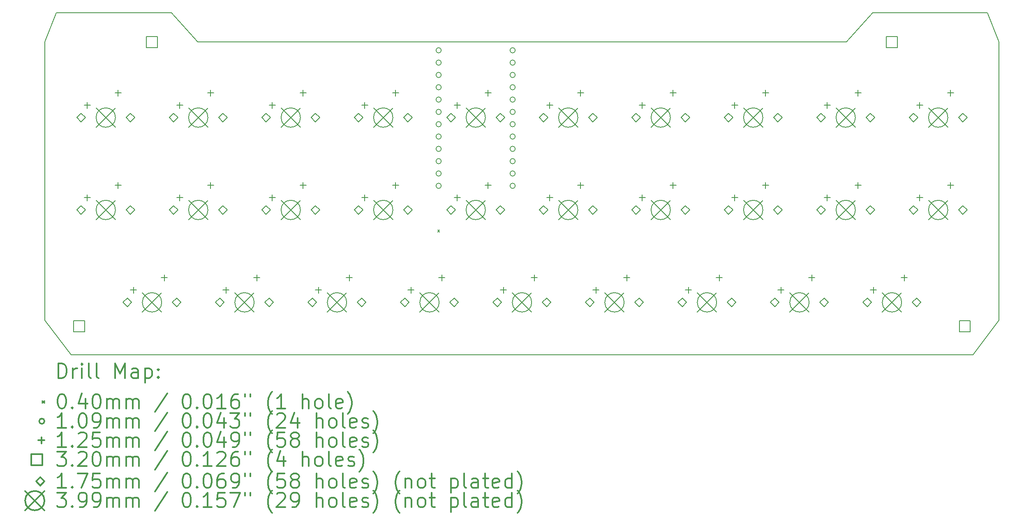
<source format=gbr>
%FSLAX45Y45*%
G04 Gerber Fmt 4.5, Leading zero omitted, Abs format (unit mm)*
G04 Created by KiCad (PCBNEW (5.1.9)-1) date 2021-09-28 02:01:27*
%MOMM*%
%LPD*%
G01*
G04 APERTURE LIST*
%TA.AperFunction,Profile*%
%ADD10C,0.200000*%
%TD*%
%ADD11C,0.200000*%
%ADD12C,0.300000*%
G04 APERTURE END LIST*
D10*
X4748125Y-1300000D02*
X18111875Y-1300000D01*
X18650000Y-700000D02*
X18111875Y-1300000D01*
X18650000Y-700000D02*
X21016875Y-700000D01*
X21255000Y-1300000D02*
X21016875Y-700000D01*
X4210000Y-700000D02*
X4748125Y-1300000D01*
X1605000Y-1300000D02*
X1843125Y-700000D01*
X20716875Y-7752100D02*
X21255000Y-7038975D01*
X1605000Y-7038975D02*
X2143125Y-7752100D01*
X1843125Y-700000D02*
X4210000Y-700000D01*
X21255000Y-1300000D02*
X21255000Y-7038975D01*
X20716875Y-7752100D02*
X2143125Y-7752100D01*
X1605000Y-7038975D02*
X1605000Y-1300000D01*
D11*
X9692960Y-5176840D02*
X9732960Y-5216840D01*
X9732960Y-5176840D02*
X9692960Y-5216840D01*
X9767570Y-1470660D02*
G75*
G03*
X9767570Y-1470660I-54610J0D01*
G01*
X9767570Y-1724660D02*
G75*
G03*
X9767570Y-1724660I-54610J0D01*
G01*
X9767570Y-1978660D02*
G75*
G03*
X9767570Y-1978660I-54610J0D01*
G01*
X9767570Y-2232660D02*
G75*
G03*
X9767570Y-2232660I-54610J0D01*
G01*
X9767570Y-2486660D02*
G75*
G03*
X9767570Y-2486660I-54610J0D01*
G01*
X9767570Y-2740660D02*
G75*
G03*
X9767570Y-2740660I-54610J0D01*
G01*
X9767570Y-2994660D02*
G75*
G03*
X9767570Y-2994660I-54610J0D01*
G01*
X9767570Y-3248660D02*
G75*
G03*
X9767570Y-3248660I-54610J0D01*
G01*
X9767570Y-3502660D02*
G75*
G03*
X9767570Y-3502660I-54610J0D01*
G01*
X9767570Y-3756660D02*
G75*
G03*
X9767570Y-3756660I-54610J0D01*
G01*
X9767570Y-4010660D02*
G75*
G03*
X9767570Y-4010660I-54610J0D01*
G01*
X9767570Y-4264660D02*
G75*
G03*
X9767570Y-4264660I-54610J0D01*
G01*
X11291570Y-1470660D02*
G75*
G03*
X11291570Y-1470660I-54610J0D01*
G01*
X11291570Y-1724660D02*
G75*
G03*
X11291570Y-1724660I-54610J0D01*
G01*
X11291570Y-1978660D02*
G75*
G03*
X11291570Y-1978660I-54610J0D01*
G01*
X11291570Y-2232660D02*
G75*
G03*
X11291570Y-2232660I-54610J0D01*
G01*
X11291570Y-2486660D02*
G75*
G03*
X11291570Y-2486660I-54610J0D01*
G01*
X11291570Y-2740660D02*
G75*
G03*
X11291570Y-2740660I-54610J0D01*
G01*
X11291570Y-2994660D02*
G75*
G03*
X11291570Y-2994660I-54610J0D01*
G01*
X11291570Y-3248660D02*
G75*
G03*
X11291570Y-3248660I-54610J0D01*
G01*
X11291570Y-3502660D02*
G75*
G03*
X11291570Y-3502660I-54610J0D01*
G01*
X11291570Y-3756660D02*
G75*
G03*
X11291570Y-3756660I-54610J0D01*
G01*
X11291570Y-4010660D02*
G75*
G03*
X11291570Y-4010660I-54610J0D01*
G01*
X11291570Y-4264660D02*
G75*
G03*
X11291570Y-4264660I-54610J0D01*
G01*
X2476500Y-2541000D02*
X2476500Y-2666000D01*
X2414000Y-2603500D02*
X2539000Y-2603500D01*
X2476500Y-4446000D02*
X2476500Y-4571000D01*
X2414000Y-4508500D02*
X2539000Y-4508500D01*
X3111500Y-2287000D02*
X3111500Y-2412000D01*
X3049000Y-2349500D02*
X3174000Y-2349500D01*
X3111500Y-4192000D02*
X3111500Y-4317000D01*
X3049000Y-4254500D02*
X3174000Y-4254500D01*
X3429000Y-6351000D02*
X3429000Y-6476000D01*
X3366500Y-6413500D02*
X3491500Y-6413500D01*
X4064000Y-6097000D02*
X4064000Y-6222000D01*
X4001500Y-6159500D02*
X4126500Y-6159500D01*
X4381500Y-2541000D02*
X4381500Y-2666000D01*
X4319000Y-2603500D02*
X4444000Y-2603500D01*
X4381500Y-4446000D02*
X4381500Y-4571000D01*
X4319000Y-4508500D02*
X4444000Y-4508500D01*
X5016500Y-2287000D02*
X5016500Y-2412000D01*
X4954000Y-2349500D02*
X5079000Y-2349500D01*
X5016500Y-4192000D02*
X5016500Y-4317000D01*
X4954000Y-4254500D02*
X5079000Y-4254500D01*
X5334000Y-6351000D02*
X5334000Y-6476000D01*
X5271500Y-6413500D02*
X5396500Y-6413500D01*
X5969000Y-6097000D02*
X5969000Y-6222000D01*
X5906500Y-6159500D02*
X6031500Y-6159500D01*
X6286500Y-2541000D02*
X6286500Y-2666000D01*
X6224000Y-2603500D02*
X6349000Y-2603500D01*
X6286500Y-4446000D02*
X6286500Y-4571000D01*
X6224000Y-4508500D02*
X6349000Y-4508500D01*
X6921500Y-2287000D02*
X6921500Y-2412000D01*
X6859000Y-2349500D02*
X6984000Y-2349500D01*
X6921500Y-4192000D02*
X6921500Y-4317000D01*
X6859000Y-4254500D02*
X6984000Y-4254500D01*
X7239000Y-6351000D02*
X7239000Y-6476000D01*
X7176500Y-6413500D02*
X7301500Y-6413500D01*
X7874000Y-6097000D02*
X7874000Y-6222000D01*
X7811500Y-6159500D02*
X7936500Y-6159500D01*
X8191500Y-2541000D02*
X8191500Y-2666000D01*
X8129000Y-2603500D02*
X8254000Y-2603500D01*
X8191500Y-4446000D02*
X8191500Y-4571000D01*
X8129000Y-4508500D02*
X8254000Y-4508500D01*
X8826500Y-2287000D02*
X8826500Y-2412000D01*
X8764000Y-2349500D02*
X8889000Y-2349500D01*
X8826500Y-4192000D02*
X8826500Y-4317000D01*
X8764000Y-4254500D02*
X8889000Y-4254500D01*
X9144000Y-6351000D02*
X9144000Y-6476000D01*
X9081500Y-6413500D02*
X9206500Y-6413500D01*
X9779000Y-6097000D02*
X9779000Y-6222000D01*
X9716500Y-6159500D02*
X9841500Y-6159500D01*
X10096500Y-2541000D02*
X10096500Y-2666000D01*
X10034000Y-2603500D02*
X10159000Y-2603500D01*
X10096500Y-4446000D02*
X10096500Y-4571000D01*
X10034000Y-4508500D02*
X10159000Y-4508500D01*
X10731500Y-2287000D02*
X10731500Y-2412000D01*
X10669000Y-2349500D02*
X10794000Y-2349500D01*
X10731500Y-4192000D02*
X10731500Y-4317000D01*
X10669000Y-4254500D02*
X10794000Y-4254500D01*
X11049000Y-6351000D02*
X11049000Y-6476000D01*
X10986500Y-6413500D02*
X11111500Y-6413500D01*
X11684000Y-6097000D02*
X11684000Y-6222000D01*
X11621500Y-6159500D02*
X11746500Y-6159500D01*
X12001500Y-2541000D02*
X12001500Y-2666000D01*
X11939000Y-2603500D02*
X12064000Y-2603500D01*
X12001500Y-4446000D02*
X12001500Y-4571000D01*
X11939000Y-4508500D02*
X12064000Y-4508500D01*
X12636500Y-2287000D02*
X12636500Y-2412000D01*
X12574000Y-2349500D02*
X12699000Y-2349500D01*
X12636500Y-4192000D02*
X12636500Y-4317000D01*
X12574000Y-4254500D02*
X12699000Y-4254500D01*
X12954000Y-6351000D02*
X12954000Y-6476000D01*
X12891500Y-6413500D02*
X13016500Y-6413500D01*
X13589000Y-6097000D02*
X13589000Y-6222000D01*
X13526500Y-6159500D02*
X13651500Y-6159500D01*
X13906500Y-2541000D02*
X13906500Y-2666000D01*
X13844000Y-2603500D02*
X13969000Y-2603500D01*
X13906500Y-4446000D02*
X13906500Y-4571000D01*
X13844000Y-4508500D02*
X13969000Y-4508500D01*
X14541500Y-2287000D02*
X14541500Y-2412000D01*
X14479000Y-2349500D02*
X14604000Y-2349500D01*
X14541500Y-4192000D02*
X14541500Y-4317000D01*
X14479000Y-4254500D02*
X14604000Y-4254500D01*
X14859000Y-6351000D02*
X14859000Y-6476000D01*
X14796500Y-6413500D02*
X14921500Y-6413500D01*
X15494000Y-6097000D02*
X15494000Y-6222000D01*
X15431500Y-6159500D02*
X15556500Y-6159500D01*
X15811500Y-2541000D02*
X15811500Y-2666000D01*
X15749000Y-2603500D02*
X15874000Y-2603500D01*
X15811500Y-4446000D02*
X15811500Y-4571000D01*
X15749000Y-4508500D02*
X15874000Y-4508500D01*
X16446500Y-2287000D02*
X16446500Y-2412000D01*
X16384000Y-2349500D02*
X16509000Y-2349500D01*
X16446500Y-4192000D02*
X16446500Y-4317000D01*
X16384000Y-4254500D02*
X16509000Y-4254500D01*
X16764000Y-6351000D02*
X16764000Y-6476000D01*
X16701500Y-6413500D02*
X16826500Y-6413500D01*
X17399000Y-6097000D02*
X17399000Y-6222000D01*
X17336500Y-6159500D02*
X17461500Y-6159500D01*
X17716500Y-2541000D02*
X17716500Y-2666000D01*
X17654000Y-2603500D02*
X17779000Y-2603500D01*
X17716500Y-4446000D02*
X17716500Y-4571000D01*
X17654000Y-4508500D02*
X17779000Y-4508500D01*
X18351500Y-2287000D02*
X18351500Y-2412000D01*
X18289000Y-2349500D02*
X18414000Y-2349500D01*
X18351500Y-4192000D02*
X18351500Y-4317000D01*
X18289000Y-4254500D02*
X18414000Y-4254500D01*
X18669000Y-6351000D02*
X18669000Y-6476000D01*
X18606500Y-6413500D02*
X18731500Y-6413500D01*
X19304000Y-6097000D02*
X19304000Y-6222000D01*
X19241500Y-6159500D02*
X19366500Y-6159500D01*
X19621500Y-2541000D02*
X19621500Y-2666000D01*
X19559000Y-2603500D02*
X19684000Y-2603500D01*
X19621500Y-4446000D02*
X19621500Y-4571000D01*
X19559000Y-4508500D02*
X19684000Y-4508500D01*
X20256500Y-2287000D02*
X20256500Y-2412000D01*
X20194000Y-2349500D02*
X20319000Y-2349500D01*
X20256500Y-4192000D02*
X20256500Y-4317000D01*
X20194000Y-4254500D02*
X20319000Y-4254500D01*
X2423138Y-7271138D02*
X2423138Y-7044862D01*
X2196862Y-7044862D01*
X2196862Y-7271138D01*
X2423138Y-7271138D01*
X3923138Y-1413138D02*
X3923138Y-1186862D01*
X3696862Y-1186862D01*
X3696862Y-1413138D01*
X3923138Y-1413138D01*
X19163138Y-1413138D02*
X19163138Y-1186862D01*
X18936862Y-1186862D01*
X18936862Y-1413138D01*
X19163138Y-1413138D01*
X20663138Y-7271138D02*
X20663138Y-7044862D01*
X20436862Y-7044862D01*
X20436862Y-7271138D01*
X20663138Y-7271138D01*
X2349500Y-2945000D02*
X2437000Y-2857500D01*
X2349500Y-2770000D01*
X2262000Y-2857500D01*
X2349500Y-2945000D01*
X2349500Y-4850000D02*
X2437000Y-4762500D01*
X2349500Y-4675000D01*
X2262000Y-4762500D01*
X2349500Y-4850000D01*
X3302000Y-6755000D02*
X3389500Y-6667500D01*
X3302000Y-6580000D01*
X3214500Y-6667500D01*
X3302000Y-6755000D01*
X3365500Y-2945000D02*
X3453000Y-2857500D01*
X3365500Y-2770000D01*
X3278000Y-2857500D01*
X3365500Y-2945000D01*
X3365500Y-4850000D02*
X3453000Y-4762500D01*
X3365500Y-4675000D01*
X3278000Y-4762500D01*
X3365500Y-4850000D01*
X4254500Y-2945000D02*
X4342000Y-2857500D01*
X4254500Y-2770000D01*
X4167000Y-2857500D01*
X4254500Y-2945000D01*
X4254500Y-4850000D02*
X4342000Y-4762500D01*
X4254500Y-4675000D01*
X4167000Y-4762500D01*
X4254500Y-4850000D01*
X4318000Y-6755000D02*
X4405500Y-6667500D01*
X4318000Y-6580000D01*
X4230500Y-6667500D01*
X4318000Y-6755000D01*
X5207000Y-6755000D02*
X5294500Y-6667500D01*
X5207000Y-6580000D01*
X5119500Y-6667500D01*
X5207000Y-6755000D01*
X5270500Y-2945000D02*
X5358000Y-2857500D01*
X5270500Y-2770000D01*
X5183000Y-2857500D01*
X5270500Y-2945000D01*
X5270500Y-4850000D02*
X5358000Y-4762500D01*
X5270500Y-4675000D01*
X5183000Y-4762500D01*
X5270500Y-4850000D01*
X6159500Y-2945000D02*
X6247000Y-2857500D01*
X6159500Y-2770000D01*
X6072000Y-2857500D01*
X6159500Y-2945000D01*
X6159500Y-4850000D02*
X6247000Y-4762500D01*
X6159500Y-4675000D01*
X6072000Y-4762500D01*
X6159500Y-4850000D01*
X6223000Y-6755000D02*
X6310500Y-6667500D01*
X6223000Y-6580000D01*
X6135500Y-6667500D01*
X6223000Y-6755000D01*
X7112000Y-6755000D02*
X7199500Y-6667500D01*
X7112000Y-6580000D01*
X7024500Y-6667500D01*
X7112000Y-6755000D01*
X7175500Y-2945000D02*
X7263000Y-2857500D01*
X7175500Y-2770000D01*
X7088000Y-2857500D01*
X7175500Y-2945000D01*
X7175500Y-4850000D02*
X7263000Y-4762500D01*
X7175500Y-4675000D01*
X7088000Y-4762500D01*
X7175500Y-4850000D01*
X8064500Y-2945000D02*
X8152000Y-2857500D01*
X8064500Y-2770000D01*
X7977000Y-2857500D01*
X8064500Y-2945000D01*
X8064500Y-4850000D02*
X8152000Y-4762500D01*
X8064500Y-4675000D01*
X7977000Y-4762500D01*
X8064500Y-4850000D01*
X8128000Y-6755000D02*
X8215500Y-6667500D01*
X8128000Y-6580000D01*
X8040500Y-6667500D01*
X8128000Y-6755000D01*
X9017000Y-6755000D02*
X9104500Y-6667500D01*
X9017000Y-6580000D01*
X8929500Y-6667500D01*
X9017000Y-6755000D01*
X9080500Y-2945000D02*
X9168000Y-2857500D01*
X9080500Y-2770000D01*
X8993000Y-2857500D01*
X9080500Y-2945000D01*
X9080500Y-4850000D02*
X9168000Y-4762500D01*
X9080500Y-4675000D01*
X8993000Y-4762500D01*
X9080500Y-4850000D01*
X9969500Y-2945000D02*
X10057000Y-2857500D01*
X9969500Y-2770000D01*
X9882000Y-2857500D01*
X9969500Y-2945000D01*
X9969500Y-4850000D02*
X10057000Y-4762500D01*
X9969500Y-4675000D01*
X9882000Y-4762500D01*
X9969500Y-4850000D01*
X10033000Y-6755000D02*
X10120500Y-6667500D01*
X10033000Y-6580000D01*
X9945500Y-6667500D01*
X10033000Y-6755000D01*
X10922000Y-6755000D02*
X11009500Y-6667500D01*
X10922000Y-6580000D01*
X10834500Y-6667500D01*
X10922000Y-6755000D01*
X10985500Y-2945000D02*
X11073000Y-2857500D01*
X10985500Y-2770000D01*
X10898000Y-2857500D01*
X10985500Y-2945000D01*
X10985500Y-4850000D02*
X11073000Y-4762500D01*
X10985500Y-4675000D01*
X10898000Y-4762500D01*
X10985500Y-4850000D01*
X11874500Y-2945000D02*
X11962000Y-2857500D01*
X11874500Y-2770000D01*
X11787000Y-2857500D01*
X11874500Y-2945000D01*
X11874500Y-4850000D02*
X11962000Y-4762500D01*
X11874500Y-4675000D01*
X11787000Y-4762500D01*
X11874500Y-4850000D01*
X11938000Y-6755000D02*
X12025500Y-6667500D01*
X11938000Y-6580000D01*
X11850500Y-6667500D01*
X11938000Y-6755000D01*
X12827000Y-6755000D02*
X12914500Y-6667500D01*
X12827000Y-6580000D01*
X12739500Y-6667500D01*
X12827000Y-6755000D01*
X12890500Y-2945000D02*
X12978000Y-2857500D01*
X12890500Y-2770000D01*
X12803000Y-2857500D01*
X12890500Y-2945000D01*
X12890500Y-4850000D02*
X12978000Y-4762500D01*
X12890500Y-4675000D01*
X12803000Y-4762500D01*
X12890500Y-4850000D01*
X13779500Y-2945000D02*
X13867000Y-2857500D01*
X13779500Y-2770000D01*
X13692000Y-2857500D01*
X13779500Y-2945000D01*
X13779500Y-4850000D02*
X13867000Y-4762500D01*
X13779500Y-4675000D01*
X13692000Y-4762500D01*
X13779500Y-4850000D01*
X13843000Y-6755000D02*
X13930500Y-6667500D01*
X13843000Y-6580000D01*
X13755500Y-6667500D01*
X13843000Y-6755000D01*
X14732000Y-6755000D02*
X14819500Y-6667500D01*
X14732000Y-6580000D01*
X14644500Y-6667500D01*
X14732000Y-6755000D01*
X14795500Y-2945000D02*
X14883000Y-2857500D01*
X14795500Y-2770000D01*
X14708000Y-2857500D01*
X14795500Y-2945000D01*
X14795500Y-4850000D02*
X14883000Y-4762500D01*
X14795500Y-4675000D01*
X14708000Y-4762500D01*
X14795500Y-4850000D01*
X15684500Y-2945000D02*
X15772000Y-2857500D01*
X15684500Y-2770000D01*
X15597000Y-2857500D01*
X15684500Y-2945000D01*
X15684500Y-4850000D02*
X15772000Y-4762500D01*
X15684500Y-4675000D01*
X15597000Y-4762500D01*
X15684500Y-4850000D01*
X15748000Y-6755000D02*
X15835500Y-6667500D01*
X15748000Y-6580000D01*
X15660500Y-6667500D01*
X15748000Y-6755000D01*
X16637000Y-6755000D02*
X16724500Y-6667500D01*
X16637000Y-6580000D01*
X16549500Y-6667500D01*
X16637000Y-6755000D01*
X16700500Y-2945000D02*
X16788000Y-2857500D01*
X16700500Y-2770000D01*
X16613000Y-2857500D01*
X16700500Y-2945000D01*
X16700500Y-4850000D02*
X16788000Y-4762500D01*
X16700500Y-4675000D01*
X16613000Y-4762500D01*
X16700500Y-4850000D01*
X17589500Y-2945000D02*
X17677000Y-2857500D01*
X17589500Y-2770000D01*
X17502000Y-2857500D01*
X17589500Y-2945000D01*
X17589500Y-4850000D02*
X17677000Y-4762500D01*
X17589500Y-4675000D01*
X17502000Y-4762500D01*
X17589500Y-4850000D01*
X17653000Y-6755000D02*
X17740500Y-6667500D01*
X17653000Y-6580000D01*
X17565500Y-6667500D01*
X17653000Y-6755000D01*
X18542000Y-6755000D02*
X18629500Y-6667500D01*
X18542000Y-6580000D01*
X18454500Y-6667500D01*
X18542000Y-6755000D01*
X18605500Y-2945000D02*
X18693000Y-2857500D01*
X18605500Y-2770000D01*
X18518000Y-2857500D01*
X18605500Y-2945000D01*
X18605500Y-4850000D02*
X18693000Y-4762500D01*
X18605500Y-4675000D01*
X18518000Y-4762500D01*
X18605500Y-4850000D01*
X19494500Y-2945000D02*
X19582000Y-2857500D01*
X19494500Y-2770000D01*
X19407000Y-2857500D01*
X19494500Y-2945000D01*
X19494500Y-4850000D02*
X19582000Y-4762500D01*
X19494500Y-4675000D01*
X19407000Y-4762500D01*
X19494500Y-4850000D01*
X19558000Y-6755000D02*
X19645500Y-6667500D01*
X19558000Y-6580000D01*
X19470500Y-6667500D01*
X19558000Y-6755000D01*
X20510500Y-2945000D02*
X20598000Y-2857500D01*
X20510500Y-2770000D01*
X20423000Y-2857500D01*
X20510500Y-2945000D01*
X20510500Y-4850000D02*
X20598000Y-4762500D01*
X20510500Y-4675000D01*
X20423000Y-4762500D01*
X20510500Y-4850000D01*
X2658110Y-2658110D02*
X3056890Y-3056890D01*
X3056890Y-2658110D02*
X2658110Y-3056890D01*
X3056890Y-2857500D02*
G75*
G03*
X3056890Y-2857500I-199390J0D01*
G01*
X2658110Y-4563110D02*
X3056890Y-4961890D01*
X3056890Y-4563110D02*
X2658110Y-4961890D01*
X3056890Y-4762500D02*
G75*
G03*
X3056890Y-4762500I-199390J0D01*
G01*
X3610610Y-6468110D02*
X4009390Y-6866890D01*
X4009390Y-6468110D02*
X3610610Y-6866890D01*
X4009390Y-6667500D02*
G75*
G03*
X4009390Y-6667500I-199390J0D01*
G01*
X4563110Y-2658110D02*
X4961890Y-3056890D01*
X4961890Y-2658110D02*
X4563110Y-3056890D01*
X4961890Y-2857500D02*
G75*
G03*
X4961890Y-2857500I-199390J0D01*
G01*
X4563110Y-4563110D02*
X4961890Y-4961890D01*
X4961890Y-4563110D02*
X4563110Y-4961890D01*
X4961890Y-4762500D02*
G75*
G03*
X4961890Y-4762500I-199390J0D01*
G01*
X5515610Y-6468110D02*
X5914390Y-6866890D01*
X5914390Y-6468110D02*
X5515610Y-6866890D01*
X5914390Y-6667500D02*
G75*
G03*
X5914390Y-6667500I-199390J0D01*
G01*
X6468110Y-2658110D02*
X6866890Y-3056890D01*
X6866890Y-2658110D02*
X6468110Y-3056890D01*
X6866890Y-2857500D02*
G75*
G03*
X6866890Y-2857500I-199390J0D01*
G01*
X6468110Y-4563110D02*
X6866890Y-4961890D01*
X6866890Y-4563110D02*
X6468110Y-4961890D01*
X6866890Y-4762500D02*
G75*
G03*
X6866890Y-4762500I-199390J0D01*
G01*
X7420610Y-6468110D02*
X7819390Y-6866890D01*
X7819390Y-6468110D02*
X7420610Y-6866890D01*
X7819390Y-6667500D02*
G75*
G03*
X7819390Y-6667500I-199390J0D01*
G01*
X8373110Y-2658110D02*
X8771890Y-3056890D01*
X8771890Y-2658110D02*
X8373110Y-3056890D01*
X8771890Y-2857500D02*
G75*
G03*
X8771890Y-2857500I-199390J0D01*
G01*
X8373110Y-4563110D02*
X8771890Y-4961890D01*
X8771890Y-4563110D02*
X8373110Y-4961890D01*
X8771890Y-4762500D02*
G75*
G03*
X8771890Y-4762500I-199390J0D01*
G01*
X9325610Y-6468110D02*
X9724390Y-6866890D01*
X9724390Y-6468110D02*
X9325610Y-6866890D01*
X9724390Y-6667500D02*
G75*
G03*
X9724390Y-6667500I-199390J0D01*
G01*
X10278110Y-2658110D02*
X10676890Y-3056890D01*
X10676890Y-2658110D02*
X10278110Y-3056890D01*
X10676890Y-2857500D02*
G75*
G03*
X10676890Y-2857500I-199390J0D01*
G01*
X10278110Y-4563110D02*
X10676890Y-4961890D01*
X10676890Y-4563110D02*
X10278110Y-4961890D01*
X10676890Y-4762500D02*
G75*
G03*
X10676890Y-4762500I-199390J0D01*
G01*
X11230610Y-6468110D02*
X11629390Y-6866890D01*
X11629390Y-6468110D02*
X11230610Y-6866890D01*
X11629390Y-6667500D02*
G75*
G03*
X11629390Y-6667500I-199390J0D01*
G01*
X12183110Y-2658110D02*
X12581890Y-3056890D01*
X12581890Y-2658110D02*
X12183110Y-3056890D01*
X12581890Y-2857500D02*
G75*
G03*
X12581890Y-2857500I-199390J0D01*
G01*
X12183110Y-4563110D02*
X12581890Y-4961890D01*
X12581890Y-4563110D02*
X12183110Y-4961890D01*
X12581890Y-4762500D02*
G75*
G03*
X12581890Y-4762500I-199390J0D01*
G01*
X13135610Y-6468110D02*
X13534390Y-6866890D01*
X13534390Y-6468110D02*
X13135610Y-6866890D01*
X13534390Y-6667500D02*
G75*
G03*
X13534390Y-6667500I-199390J0D01*
G01*
X14088110Y-2658110D02*
X14486890Y-3056890D01*
X14486890Y-2658110D02*
X14088110Y-3056890D01*
X14486890Y-2857500D02*
G75*
G03*
X14486890Y-2857500I-199390J0D01*
G01*
X14088110Y-4563110D02*
X14486890Y-4961890D01*
X14486890Y-4563110D02*
X14088110Y-4961890D01*
X14486890Y-4762500D02*
G75*
G03*
X14486890Y-4762500I-199390J0D01*
G01*
X15040610Y-6468110D02*
X15439390Y-6866890D01*
X15439390Y-6468110D02*
X15040610Y-6866890D01*
X15439390Y-6667500D02*
G75*
G03*
X15439390Y-6667500I-199390J0D01*
G01*
X15993110Y-2658110D02*
X16391890Y-3056890D01*
X16391890Y-2658110D02*
X15993110Y-3056890D01*
X16391890Y-2857500D02*
G75*
G03*
X16391890Y-2857500I-199390J0D01*
G01*
X15993110Y-4563110D02*
X16391890Y-4961890D01*
X16391890Y-4563110D02*
X15993110Y-4961890D01*
X16391890Y-4762500D02*
G75*
G03*
X16391890Y-4762500I-199390J0D01*
G01*
X16945610Y-6468110D02*
X17344390Y-6866890D01*
X17344390Y-6468110D02*
X16945610Y-6866890D01*
X17344390Y-6667500D02*
G75*
G03*
X17344390Y-6667500I-199390J0D01*
G01*
X17898110Y-2658110D02*
X18296890Y-3056890D01*
X18296890Y-2658110D02*
X17898110Y-3056890D01*
X18296890Y-2857500D02*
G75*
G03*
X18296890Y-2857500I-199390J0D01*
G01*
X17898110Y-4563110D02*
X18296890Y-4961890D01*
X18296890Y-4563110D02*
X17898110Y-4961890D01*
X18296890Y-4762500D02*
G75*
G03*
X18296890Y-4762500I-199390J0D01*
G01*
X18850610Y-6468110D02*
X19249390Y-6866890D01*
X19249390Y-6468110D02*
X18850610Y-6866890D01*
X19249390Y-6667500D02*
G75*
G03*
X19249390Y-6667500I-199390J0D01*
G01*
X19803110Y-2658110D02*
X20201890Y-3056890D01*
X20201890Y-2658110D02*
X19803110Y-3056890D01*
X20201890Y-2857500D02*
G75*
G03*
X20201890Y-2857500I-199390J0D01*
G01*
X19803110Y-4563110D02*
X20201890Y-4961890D01*
X20201890Y-4563110D02*
X19803110Y-4961890D01*
X20201890Y-4762500D02*
G75*
G03*
X20201890Y-4762500I-199390J0D01*
G01*
D12*
X1881428Y-8227814D02*
X1881428Y-7927814D01*
X1952857Y-7927814D01*
X1995714Y-7942100D01*
X2024286Y-7970671D01*
X2038571Y-7999243D01*
X2052857Y-8056386D01*
X2052857Y-8099243D01*
X2038571Y-8156386D01*
X2024286Y-8184957D01*
X1995714Y-8213529D01*
X1952857Y-8227814D01*
X1881428Y-8227814D01*
X2181428Y-8227814D02*
X2181428Y-8027814D01*
X2181428Y-8084957D02*
X2195714Y-8056386D01*
X2210000Y-8042100D01*
X2238571Y-8027814D01*
X2267143Y-8027814D01*
X2367143Y-8227814D02*
X2367143Y-8027814D01*
X2367143Y-7927814D02*
X2352857Y-7942100D01*
X2367143Y-7956386D01*
X2381428Y-7942100D01*
X2367143Y-7927814D01*
X2367143Y-7956386D01*
X2552857Y-8227814D02*
X2524286Y-8213529D01*
X2510000Y-8184957D01*
X2510000Y-7927814D01*
X2710000Y-8227814D02*
X2681428Y-8213529D01*
X2667143Y-8184957D01*
X2667143Y-7927814D01*
X3052857Y-8227814D02*
X3052857Y-7927814D01*
X3152857Y-8142100D01*
X3252857Y-7927814D01*
X3252857Y-8227814D01*
X3524286Y-8227814D02*
X3524286Y-8070671D01*
X3510000Y-8042100D01*
X3481428Y-8027814D01*
X3424286Y-8027814D01*
X3395714Y-8042100D01*
X3524286Y-8213529D02*
X3495714Y-8227814D01*
X3424286Y-8227814D01*
X3395714Y-8213529D01*
X3381428Y-8184957D01*
X3381428Y-8156386D01*
X3395714Y-8127814D01*
X3424286Y-8113529D01*
X3495714Y-8113529D01*
X3524286Y-8099243D01*
X3667143Y-8027814D02*
X3667143Y-8327814D01*
X3667143Y-8042100D02*
X3695714Y-8027814D01*
X3752857Y-8027814D01*
X3781428Y-8042100D01*
X3795714Y-8056386D01*
X3810000Y-8084957D01*
X3810000Y-8170671D01*
X3795714Y-8199243D01*
X3781428Y-8213529D01*
X3752857Y-8227814D01*
X3695714Y-8227814D01*
X3667143Y-8213529D01*
X3938571Y-8199243D02*
X3952857Y-8213529D01*
X3938571Y-8227814D01*
X3924286Y-8213529D01*
X3938571Y-8199243D01*
X3938571Y-8227814D01*
X3938571Y-8042100D02*
X3952857Y-8056386D01*
X3938571Y-8070671D01*
X3924286Y-8056386D01*
X3938571Y-8042100D01*
X3938571Y-8070671D01*
X1555000Y-8702100D02*
X1595000Y-8742100D01*
X1595000Y-8702100D02*
X1555000Y-8742100D01*
X1938571Y-8557814D02*
X1967143Y-8557814D01*
X1995714Y-8572100D01*
X2010000Y-8586386D01*
X2024286Y-8614957D01*
X2038571Y-8672100D01*
X2038571Y-8743529D01*
X2024286Y-8800672D01*
X2010000Y-8829243D01*
X1995714Y-8843529D01*
X1967143Y-8857814D01*
X1938571Y-8857814D01*
X1910000Y-8843529D01*
X1895714Y-8829243D01*
X1881428Y-8800672D01*
X1867143Y-8743529D01*
X1867143Y-8672100D01*
X1881428Y-8614957D01*
X1895714Y-8586386D01*
X1910000Y-8572100D01*
X1938571Y-8557814D01*
X2167143Y-8829243D02*
X2181428Y-8843529D01*
X2167143Y-8857814D01*
X2152857Y-8843529D01*
X2167143Y-8829243D01*
X2167143Y-8857814D01*
X2438571Y-8657814D02*
X2438571Y-8857814D01*
X2367143Y-8543529D02*
X2295714Y-8757814D01*
X2481428Y-8757814D01*
X2652857Y-8557814D02*
X2681428Y-8557814D01*
X2710000Y-8572100D01*
X2724286Y-8586386D01*
X2738571Y-8614957D01*
X2752857Y-8672100D01*
X2752857Y-8743529D01*
X2738571Y-8800672D01*
X2724286Y-8829243D01*
X2710000Y-8843529D01*
X2681428Y-8857814D01*
X2652857Y-8857814D01*
X2624286Y-8843529D01*
X2610000Y-8829243D01*
X2595714Y-8800672D01*
X2581428Y-8743529D01*
X2581428Y-8672100D01*
X2595714Y-8614957D01*
X2610000Y-8586386D01*
X2624286Y-8572100D01*
X2652857Y-8557814D01*
X2881428Y-8857814D02*
X2881428Y-8657814D01*
X2881428Y-8686386D02*
X2895714Y-8672100D01*
X2924286Y-8657814D01*
X2967143Y-8657814D01*
X2995714Y-8672100D01*
X3010000Y-8700672D01*
X3010000Y-8857814D01*
X3010000Y-8700672D02*
X3024286Y-8672100D01*
X3052857Y-8657814D01*
X3095714Y-8657814D01*
X3124286Y-8672100D01*
X3138571Y-8700672D01*
X3138571Y-8857814D01*
X3281428Y-8857814D02*
X3281428Y-8657814D01*
X3281428Y-8686386D02*
X3295714Y-8672100D01*
X3324286Y-8657814D01*
X3367143Y-8657814D01*
X3395714Y-8672100D01*
X3410000Y-8700672D01*
X3410000Y-8857814D01*
X3410000Y-8700672D02*
X3424286Y-8672100D01*
X3452857Y-8657814D01*
X3495714Y-8657814D01*
X3524286Y-8672100D01*
X3538571Y-8700672D01*
X3538571Y-8857814D01*
X4124286Y-8543529D02*
X3867143Y-8929243D01*
X4510000Y-8557814D02*
X4538571Y-8557814D01*
X4567143Y-8572100D01*
X4581428Y-8586386D01*
X4595714Y-8614957D01*
X4610000Y-8672100D01*
X4610000Y-8743529D01*
X4595714Y-8800672D01*
X4581428Y-8829243D01*
X4567143Y-8843529D01*
X4538571Y-8857814D01*
X4510000Y-8857814D01*
X4481428Y-8843529D01*
X4467143Y-8829243D01*
X4452857Y-8800672D01*
X4438571Y-8743529D01*
X4438571Y-8672100D01*
X4452857Y-8614957D01*
X4467143Y-8586386D01*
X4481428Y-8572100D01*
X4510000Y-8557814D01*
X4738571Y-8829243D02*
X4752857Y-8843529D01*
X4738571Y-8857814D01*
X4724286Y-8843529D01*
X4738571Y-8829243D01*
X4738571Y-8857814D01*
X4938571Y-8557814D02*
X4967143Y-8557814D01*
X4995714Y-8572100D01*
X5010000Y-8586386D01*
X5024286Y-8614957D01*
X5038571Y-8672100D01*
X5038571Y-8743529D01*
X5024286Y-8800672D01*
X5010000Y-8829243D01*
X4995714Y-8843529D01*
X4967143Y-8857814D01*
X4938571Y-8857814D01*
X4910000Y-8843529D01*
X4895714Y-8829243D01*
X4881428Y-8800672D01*
X4867143Y-8743529D01*
X4867143Y-8672100D01*
X4881428Y-8614957D01*
X4895714Y-8586386D01*
X4910000Y-8572100D01*
X4938571Y-8557814D01*
X5324286Y-8857814D02*
X5152857Y-8857814D01*
X5238571Y-8857814D02*
X5238571Y-8557814D01*
X5210000Y-8600672D01*
X5181428Y-8629243D01*
X5152857Y-8643529D01*
X5581428Y-8557814D02*
X5524286Y-8557814D01*
X5495714Y-8572100D01*
X5481428Y-8586386D01*
X5452857Y-8629243D01*
X5438571Y-8686386D01*
X5438571Y-8800672D01*
X5452857Y-8829243D01*
X5467143Y-8843529D01*
X5495714Y-8857814D01*
X5552857Y-8857814D01*
X5581428Y-8843529D01*
X5595714Y-8829243D01*
X5610000Y-8800672D01*
X5610000Y-8729243D01*
X5595714Y-8700672D01*
X5581428Y-8686386D01*
X5552857Y-8672100D01*
X5495714Y-8672100D01*
X5467143Y-8686386D01*
X5452857Y-8700672D01*
X5438571Y-8729243D01*
X5724286Y-8557814D02*
X5724286Y-8614957D01*
X5838571Y-8557814D02*
X5838571Y-8614957D01*
X6281428Y-8972100D02*
X6267143Y-8957814D01*
X6238571Y-8914957D01*
X6224286Y-8886386D01*
X6210000Y-8843529D01*
X6195714Y-8772100D01*
X6195714Y-8714957D01*
X6210000Y-8643529D01*
X6224286Y-8600672D01*
X6238571Y-8572100D01*
X6267143Y-8529243D01*
X6281428Y-8514957D01*
X6552857Y-8857814D02*
X6381428Y-8857814D01*
X6467143Y-8857814D02*
X6467143Y-8557814D01*
X6438571Y-8600672D01*
X6410000Y-8629243D01*
X6381428Y-8643529D01*
X6910000Y-8857814D02*
X6910000Y-8557814D01*
X7038571Y-8857814D02*
X7038571Y-8700672D01*
X7024286Y-8672100D01*
X6995714Y-8657814D01*
X6952857Y-8657814D01*
X6924286Y-8672100D01*
X6910000Y-8686386D01*
X7224286Y-8857814D02*
X7195714Y-8843529D01*
X7181428Y-8829243D01*
X7167143Y-8800672D01*
X7167143Y-8714957D01*
X7181428Y-8686386D01*
X7195714Y-8672100D01*
X7224286Y-8657814D01*
X7267143Y-8657814D01*
X7295714Y-8672100D01*
X7310000Y-8686386D01*
X7324286Y-8714957D01*
X7324286Y-8800672D01*
X7310000Y-8829243D01*
X7295714Y-8843529D01*
X7267143Y-8857814D01*
X7224286Y-8857814D01*
X7495714Y-8857814D02*
X7467143Y-8843529D01*
X7452857Y-8814957D01*
X7452857Y-8557814D01*
X7724286Y-8843529D02*
X7695714Y-8857814D01*
X7638571Y-8857814D01*
X7610000Y-8843529D01*
X7595714Y-8814957D01*
X7595714Y-8700672D01*
X7610000Y-8672100D01*
X7638571Y-8657814D01*
X7695714Y-8657814D01*
X7724286Y-8672100D01*
X7738571Y-8700672D01*
X7738571Y-8729243D01*
X7595714Y-8757814D01*
X7838571Y-8972100D02*
X7852857Y-8957814D01*
X7881428Y-8914957D01*
X7895714Y-8886386D01*
X7910000Y-8843529D01*
X7924286Y-8772100D01*
X7924286Y-8714957D01*
X7910000Y-8643529D01*
X7895714Y-8600672D01*
X7881428Y-8572100D01*
X7852857Y-8529243D01*
X7838571Y-8514957D01*
X1595000Y-9118100D02*
G75*
G03*
X1595000Y-9118100I-54610J0D01*
G01*
X2038571Y-9253814D02*
X1867143Y-9253814D01*
X1952857Y-9253814D02*
X1952857Y-8953814D01*
X1924286Y-8996672D01*
X1895714Y-9025243D01*
X1867143Y-9039529D01*
X2167143Y-9225243D02*
X2181428Y-9239529D01*
X2167143Y-9253814D01*
X2152857Y-9239529D01*
X2167143Y-9225243D01*
X2167143Y-9253814D01*
X2367143Y-8953814D02*
X2395714Y-8953814D01*
X2424286Y-8968100D01*
X2438571Y-8982386D01*
X2452857Y-9010957D01*
X2467143Y-9068100D01*
X2467143Y-9139529D01*
X2452857Y-9196672D01*
X2438571Y-9225243D01*
X2424286Y-9239529D01*
X2395714Y-9253814D01*
X2367143Y-9253814D01*
X2338571Y-9239529D01*
X2324286Y-9225243D01*
X2310000Y-9196672D01*
X2295714Y-9139529D01*
X2295714Y-9068100D01*
X2310000Y-9010957D01*
X2324286Y-8982386D01*
X2338571Y-8968100D01*
X2367143Y-8953814D01*
X2610000Y-9253814D02*
X2667143Y-9253814D01*
X2695714Y-9239529D01*
X2710000Y-9225243D01*
X2738571Y-9182386D01*
X2752857Y-9125243D01*
X2752857Y-9010957D01*
X2738571Y-8982386D01*
X2724286Y-8968100D01*
X2695714Y-8953814D01*
X2638571Y-8953814D01*
X2610000Y-8968100D01*
X2595714Y-8982386D01*
X2581428Y-9010957D01*
X2581428Y-9082386D01*
X2595714Y-9110957D01*
X2610000Y-9125243D01*
X2638571Y-9139529D01*
X2695714Y-9139529D01*
X2724286Y-9125243D01*
X2738571Y-9110957D01*
X2752857Y-9082386D01*
X2881428Y-9253814D02*
X2881428Y-9053814D01*
X2881428Y-9082386D02*
X2895714Y-9068100D01*
X2924286Y-9053814D01*
X2967143Y-9053814D01*
X2995714Y-9068100D01*
X3010000Y-9096672D01*
X3010000Y-9253814D01*
X3010000Y-9096672D02*
X3024286Y-9068100D01*
X3052857Y-9053814D01*
X3095714Y-9053814D01*
X3124286Y-9068100D01*
X3138571Y-9096672D01*
X3138571Y-9253814D01*
X3281428Y-9253814D02*
X3281428Y-9053814D01*
X3281428Y-9082386D02*
X3295714Y-9068100D01*
X3324286Y-9053814D01*
X3367143Y-9053814D01*
X3395714Y-9068100D01*
X3410000Y-9096672D01*
X3410000Y-9253814D01*
X3410000Y-9096672D02*
X3424286Y-9068100D01*
X3452857Y-9053814D01*
X3495714Y-9053814D01*
X3524286Y-9068100D01*
X3538571Y-9096672D01*
X3538571Y-9253814D01*
X4124286Y-8939529D02*
X3867143Y-9325243D01*
X4510000Y-8953814D02*
X4538571Y-8953814D01*
X4567143Y-8968100D01*
X4581428Y-8982386D01*
X4595714Y-9010957D01*
X4610000Y-9068100D01*
X4610000Y-9139529D01*
X4595714Y-9196672D01*
X4581428Y-9225243D01*
X4567143Y-9239529D01*
X4538571Y-9253814D01*
X4510000Y-9253814D01*
X4481428Y-9239529D01*
X4467143Y-9225243D01*
X4452857Y-9196672D01*
X4438571Y-9139529D01*
X4438571Y-9068100D01*
X4452857Y-9010957D01*
X4467143Y-8982386D01*
X4481428Y-8968100D01*
X4510000Y-8953814D01*
X4738571Y-9225243D02*
X4752857Y-9239529D01*
X4738571Y-9253814D01*
X4724286Y-9239529D01*
X4738571Y-9225243D01*
X4738571Y-9253814D01*
X4938571Y-8953814D02*
X4967143Y-8953814D01*
X4995714Y-8968100D01*
X5010000Y-8982386D01*
X5024286Y-9010957D01*
X5038571Y-9068100D01*
X5038571Y-9139529D01*
X5024286Y-9196672D01*
X5010000Y-9225243D01*
X4995714Y-9239529D01*
X4967143Y-9253814D01*
X4938571Y-9253814D01*
X4910000Y-9239529D01*
X4895714Y-9225243D01*
X4881428Y-9196672D01*
X4867143Y-9139529D01*
X4867143Y-9068100D01*
X4881428Y-9010957D01*
X4895714Y-8982386D01*
X4910000Y-8968100D01*
X4938571Y-8953814D01*
X5295714Y-9053814D02*
X5295714Y-9253814D01*
X5224286Y-8939529D02*
X5152857Y-9153814D01*
X5338571Y-9153814D01*
X5424286Y-8953814D02*
X5610000Y-8953814D01*
X5510000Y-9068100D01*
X5552857Y-9068100D01*
X5581428Y-9082386D01*
X5595714Y-9096672D01*
X5610000Y-9125243D01*
X5610000Y-9196672D01*
X5595714Y-9225243D01*
X5581428Y-9239529D01*
X5552857Y-9253814D01*
X5467143Y-9253814D01*
X5438571Y-9239529D01*
X5424286Y-9225243D01*
X5724286Y-8953814D02*
X5724286Y-9010957D01*
X5838571Y-8953814D02*
X5838571Y-9010957D01*
X6281428Y-9368100D02*
X6267143Y-9353814D01*
X6238571Y-9310957D01*
X6224286Y-9282386D01*
X6210000Y-9239529D01*
X6195714Y-9168100D01*
X6195714Y-9110957D01*
X6210000Y-9039529D01*
X6224286Y-8996672D01*
X6238571Y-8968100D01*
X6267143Y-8925243D01*
X6281428Y-8910957D01*
X6381428Y-8982386D02*
X6395714Y-8968100D01*
X6424286Y-8953814D01*
X6495714Y-8953814D01*
X6524286Y-8968100D01*
X6538571Y-8982386D01*
X6552857Y-9010957D01*
X6552857Y-9039529D01*
X6538571Y-9082386D01*
X6367143Y-9253814D01*
X6552857Y-9253814D01*
X6810000Y-9053814D02*
X6810000Y-9253814D01*
X6738571Y-8939529D02*
X6667143Y-9153814D01*
X6852857Y-9153814D01*
X7195714Y-9253814D02*
X7195714Y-8953814D01*
X7324286Y-9253814D02*
X7324286Y-9096672D01*
X7310000Y-9068100D01*
X7281428Y-9053814D01*
X7238571Y-9053814D01*
X7210000Y-9068100D01*
X7195714Y-9082386D01*
X7510000Y-9253814D02*
X7481428Y-9239529D01*
X7467143Y-9225243D01*
X7452857Y-9196672D01*
X7452857Y-9110957D01*
X7467143Y-9082386D01*
X7481428Y-9068100D01*
X7510000Y-9053814D01*
X7552857Y-9053814D01*
X7581428Y-9068100D01*
X7595714Y-9082386D01*
X7610000Y-9110957D01*
X7610000Y-9196672D01*
X7595714Y-9225243D01*
X7581428Y-9239529D01*
X7552857Y-9253814D01*
X7510000Y-9253814D01*
X7781428Y-9253814D02*
X7752857Y-9239529D01*
X7738571Y-9210957D01*
X7738571Y-8953814D01*
X8010000Y-9239529D02*
X7981428Y-9253814D01*
X7924286Y-9253814D01*
X7895714Y-9239529D01*
X7881428Y-9210957D01*
X7881428Y-9096672D01*
X7895714Y-9068100D01*
X7924286Y-9053814D01*
X7981428Y-9053814D01*
X8010000Y-9068100D01*
X8024286Y-9096672D01*
X8024286Y-9125243D01*
X7881428Y-9153814D01*
X8138571Y-9239529D02*
X8167143Y-9253814D01*
X8224286Y-9253814D01*
X8252857Y-9239529D01*
X8267143Y-9210957D01*
X8267143Y-9196672D01*
X8252857Y-9168100D01*
X8224286Y-9153814D01*
X8181428Y-9153814D01*
X8152857Y-9139529D01*
X8138571Y-9110957D01*
X8138571Y-9096672D01*
X8152857Y-9068100D01*
X8181428Y-9053814D01*
X8224286Y-9053814D01*
X8252857Y-9068100D01*
X8367143Y-9368100D02*
X8381428Y-9353814D01*
X8410000Y-9310957D01*
X8424286Y-9282386D01*
X8438571Y-9239529D01*
X8452857Y-9168100D01*
X8452857Y-9110957D01*
X8438571Y-9039529D01*
X8424286Y-8996672D01*
X8410000Y-8968100D01*
X8381428Y-8925243D01*
X8367143Y-8910957D01*
X1532500Y-9451600D02*
X1532500Y-9576600D01*
X1470000Y-9514100D02*
X1595000Y-9514100D01*
X2038571Y-9649814D02*
X1867143Y-9649814D01*
X1952857Y-9649814D02*
X1952857Y-9349814D01*
X1924286Y-9392672D01*
X1895714Y-9421243D01*
X1867143Y-9435529D01*
X2167143Y-9621243D02*
X2181428Y-9635529D01*
X2167143Y-9649814D01*
X2152857Y-9635529D01*
X2167143Y-9621243D01*
X2167143Y-9649814D01*
X2295714Y-9378386D02*
X2310000Y-9364100D01*
X2338571Y-9349814D01*
X2410000Y-9349814D01*
X2438571Y-9364100D01*
X2452857Y-9378386D01*
X2467143Y-9406957D01*
X2467143Y-9435529D01*
X2452857Y-9478386D01*
X2281428Y-9649814D01*
X2467143Y-9649814D01*
X2738571Y-9349814D02*
X2595714Y-9349814D01*
X2581428Y-9492672D01*
X2595714Y-9478386D01*
X2624286Y-9464100D01*
X2695714Y-9464100D01*
X2724286Y-9478386D01*
X2738571Y-9492672D01*
X2752857Y-9521243D01*
X2752857Y-9592672D01*
X2738571Y-9621243D01*
X2724286Y-9635529D01*
X2695714Y-9649814D01*
X2624286Y-9649814D01*
X2595714Y-9635529D01*
X2581428Y-9621243D01*
X2881428Y-9649814D02*
X2881428Y-9449814D01*
X2881428Y-9478386D02*
X2895714Y-9464100D01*
X2924286Y-9449814D01*
X2967143Y-9449814D01*
X2995714Y-9464100D01*
X3010000Y-9492672D01*
X3010000Y-9649814D01*
X3010000Y-9492672D02*
X3024286Y-9464100D01*
X3052857Y-9449814D01*
X3095714Y-9449814D01*
X3124286Y-9464100D01*
X3138571Y-9492672D01*
X3138571Y-9649814D01*
X3281428Y-9649814D02*
X3281428Y-9449814D01*
X3281428Y-9478386D02*
X3295714Y-9464100D01*
X3324286Y-9449814D01*
X3367143Y-9449814D01*
X3395714Y-9464100D01*
X3410000Y-9492672D01*
X3410000Y-9649814D01*
X3410000Y-9492672D02*
X3424286Y-9464100D01*
X3452857Y-9449814D01*
X3495714Y-9449814D01*
X3524286Y-9464100D01*
X3538571Y-9492672D01*
X3538571Y-9649814D01*
X4124286Y-9335529D02*
X3867143Y-9721243D01*
X4510000Y-9349814D02*
X4538571Y-9349814D01*
X4567143Y-9364100D01*
X4581428Y-9378386D01*
X4595714Y-9406957D01*
X4610000Y-9464100D01*
X4610000Y-9535529D01*
X4595714Y-9592672D01*
X4581428Y-9621243D01*
X4567143Y-9635529D01*
X4538571Y-9649814D01*
X4510000Y-9649814D01*
X4481428Y-9635529D01*
X4467143Y-9621243D01*
X4452857Y-9592672D01*
X4438571Y-9535529D01*
X4438571Y-9464100D01*
X4452857Y-9406957D01*
X4467143Y-9378386D01*
X4481428Y-9364100D01*
X4510000Y-9349814D01*
X4738571Y-9621243D02*
X4752857Y-9635529D01*
X4738571Y-9649814D01*
X4724286Y-9635529D01*
X4738571Y-9621243D01*
X4738571Y-9649814D01*
X4938571Y-9349814D02*
X4967143Y-9349814D01*
X4995714Y-9364100D01*
X5010000Y-9378386D01*
X5024286Y-9406957D01*
X5038571Y-9464100D01*
X5038571Y-9535529D01*
X5024286Y-9592672D01*
X5010000Y-9621243D01*
X4995714Y-9635529D01*
X4967143Y-9649814D01*
X4938571Y-9649814D01*
X4910000Y-9635529D01*
X4895714Y-9621243D01*
X4881428Y-9592672D01*
X4867143Y-9535529D01*
X4867143Y-9464100D01*
X4881428Y-9406957D01*
X4895714Y-9378386D01*
X4910000Y-9364100D01*
X4938571Y-9349814D01*
X5295714Y-9449814D02*
X5295714Y-9649814D01*
X5224286Y-9335529D02*
X5152857Y-9549814D01*
X5338571Y-9549814D01*
X5467143Y-9649814D02*
X5524286Y-9649814D01*
X5552857Y-9635529D01*
X5567143Y-9621243D01*
X5595714Y-9578386D01*
X5610000Y-9521243D01*
X5610000Y-9406957D01*
X5595714Y-9378386D01*
X5581428Y-9364100D01*
X5552857Y-9349814D01*
X5495714Y-9349814D01*
X5467143Y-9364100D01*
X5452857Y-9378386D01*
X5438571Y-9406957D01*
X5438571Y-9478386D01*
X5452857Y-9506957D01*
X5467143Y-9521243D01*
X5495714Y-9535529D01*
X5552857Y-9535529D01*
X5581428Y-9521243D01*
X5595714Y-9506957D01*
X5610000Y-9478386D01*
X5724286Y-9349814D02*
X5724286Y-9406957D01*
X5838571Y-9349814D02*
X5838571Y-9406957D01*
X6281428Y-9764100D02*
X6267143Y-9749814D01*
X6238571Y-9706957D01*
X6224286Y-9678386D01*
X6210000Y-9635529D01*
X6195714Y-9564100D01*
X6195714Y-9506957D01*
X6210000Y-9435529D01*
X6224286Y-9392672D01*
X6238571Y-9364100D01*
X6267143Y-9321243D01*
X6281428Y-9306957D01*
X6538571Y-9349814D02*
X6395714Y-9349814D01*
X6381428Y-9492672D01*
X6395714Y-9478386D01*
X6424286Y-9464100D01*
X6495714Y-9464100D01*
X6524286Y-9478386D01*
X6538571Y-9492672D01*
X6552857Y-9521243D01*
X6552857Y-9592672D01*
X6538571Y-9621243D01*
X6524286Y-9635529D01*
X6495714Y-9649814D01*
X6424286Y-9649814D01*
X6395714Y-9635529D01*
X6381428Y-9621243D01*
X6724286Y-9478386D02*
X6695714Y-9464100D01*
X6681428Y-9449814D01*
X6667143Y-9421243D01*
X6667143Y-9406957D01*
X6681428Y-9378386D01*
X6695714Y-9364100D01*
X6724286Y-9349814D01*
X6781428Y-9349814D01*
X6810000Y-9364100D01*
X6824286Y-9378386D01*
X6838571Y-9406957D01*
X6838571Y-9421243D01*
X6824286Y-9449814D01*
X6810000Y-9464100D01*
X6781428Y-9478386D01*
X6724286Y-9478386D01*
X6695714Y-9492672D01*
X6681428Y-9506957D01*
X6667143Y-9535529D01*
X6667143Y-9592672D01*
X6681428Y-9621243D01*
X6695714Y-9635529D01*
X6724286Y-9649814D01*
X6781428Y-9649814D01*
X6810000Y-9635529D01*
X6824286Y-9621243D01*
X6838571Y-9592672D01*
X6838571Y-9535529D01*
X6824286Y-9506957D01*
X6810000Y-9492672D01*
X6781428Y-9478386D01*
X7195714Y-9649814D02*
X7195714Y-9349814D01*
X7324286Y-9649814D02*
X7324286Y-9492672D01*
X7310000Y-9464100D01*
X7281428Y-9449814D01*
X7238571Y-9449814D01*
X7210000Y-9464100D01*
X7195714Y-9478386D01*
X7510000Y-9649814D02*
X7481428Y-9635529D01*
X7467143Y-9621243D01*
X7452857Y-9592672D01*
X7452857Y-9506957D01*
X7467143Y-9478386D01*
X7481428Y-9464100D01*
X7510000Y-9449814D01*
X7552857Y-9449814D01*
X7581428Y-9464100D01*
X7595714Y-9478386D01*
X7610000Y-9506957D01*
X7610000Y-9592672D01*
X7595714Y-9621243D01*
X7581428Y-9635529D01*
X7552857Y-9649814D01*
X7510000Y-9649814D01*
X7781428Y-9649814D02*
X7752857Y-9635529D01*
X7738571Y-9606957D01*
X7738571Y-9349814D01*
X8010000Y-9635529D02*
X7981428Y-9649814D01*
X7924286Y-9649814D01*
X7895714Y-9635529D01*
X7881428Y-9606957D01*
X7881428Y-9492672D01*
X7895714Y-9464100D01*
X7924286Y-9449814D01*
X7981428Y-9449814D01*
X8010000Y-9464100D01*
X8024286Y-9492672D01*
X8024286Y-9521243D01*
X7881428Y-9549814D01*
X8138571Y-9635529D02*
X8167143Y-9649814D01*
X8224286Y-9649814D01*
X8252857Y-9635529D01*
X8267143Y-9606957D01*
X8267143Y-9592672D01*
X8252857Y-9564100D01*
X8224286Y-9549814D01*
X8181428Y-9549814D01*
X8152857Y-9535529D01*
X8138571Y-9506957D01*
X8138571Y-9492672D01*
X8152857Y-9464100D01*
X8181428Y-9449814D01*
X8224286Y-9449814D01*
X8252857Y-9464100D01*
X8367143Y-9764100D02*
X8381428Y-9749814D01*
X8410000Y-9706957D01*
X8424286Y-9678386D01*
X8438571Y-9635529D01*
X8452857Y-9564100D01*
X8452857Y-9506957D01*
X8438571Y-9435529D01*
X8424286Y-9392672D01*
X8410000Y-9364100D01*
X8381428Y-9321243D01*
X8367143Y-9306957D01*
X1548138Y-10023238D02*
X1548138Y-9796962D01*
X1321862Y-9796962D01*
X1321862Y-10023238D01*
X1548138Y-10023238D01*
X1852857Y-9745814D02*
X2038571Y-9745814D01*
X1938571Y-9860100D01*
X1981428Y-9860100D01*
X2010000Y-9874386D01*
X2024286Y-9888672D01*
X2038571Y-9917243D01*
X2038571Y-9988672D01*
X2024286Y-10017243D01*
X2010000Y-10031529D01*
X1981428Y-10045814D01*
X1895714Y-10045814D01*
X1867143Y-10031529D01*
X1852857Y-10017243D01*
X2167143Y-10017243D02*
X2181428Y-10031529D01*
X2167143Y-10045814D01*
X2152857Y-10031529D01*
X2167143Y-10017243D01*
X2167143Y-10045814D01*
X2295714Y-9774386D02*
X2310000Y-9760100D01*
X2338571Y-9745814D01*
X2410000Y-9745814D01*
X2438571Y-9760100D01*
X2452857Y-9774386D01*
X2467143Y-9802957D01*
X2467143Y-9831529D01*
X2452857Y-9874386D01*
X2281428Y-10045814D01*
X2467143Y-10045814D01*
X2652857Y-9745814D02*
X2681428Y-9745814D01*
X2710000Y-9760100D01*
X2724286Y-9774386D01*
X2738571Y-9802957D01*
X2752857Y-9860100D01*
X2752857Y-9931529D01*
X2738571Y-9988672D01*
X2724286Y-10017243D01*
X2710000Y-10031529D01*
X2681428Y-10045814D01*
X2652857Y-10045814D01*
X2624286Y-10031529D01*
X2610000Y-10017243D01*
X2595714Y-9988672D01*
X2581428Y-9931529D01*
X2581428Y-9860100D01*
X2595714Y-9802957D01*
X2610000Y-9774386D01*
X2624286Y-9760100D01*
X2652857Y-9745814D01*
X2881428Y-10045814D02*
X2881428Y-9845814D01*
X2881428Y-9874386D02*
X2895714Y-9860100D01*
X2924286Y-9845814D01*
X2967143Y-9845814D01*
X2995714Y-9860100D01*
X3010000Y-9888672D01*
X3010000Y-10045814D01*
X3010000Y-9888672D02*
X3024286Y-9860100D01*
X3052857Y-9845814D01*
X3095714Y-9845814D01*
X3124286Y-9860100D01*
X3138571Y-9888672D01*
X3138571Y-10045814D01*
X3281428Y-10045814D02*
X3281428Y-9845814D01*
X3281428Y-9874386D02*
X3295714Y-9860100D01*
X3324286Y-9845814D01*
X3367143Y-9845814D01*
X3395714Y-9860100D01*
X3410000Y-9888672D01*
X3410000Y-10045814D01*
X3410000Y-9888672D02*
X3424286Y-9860100D01*
X3452857Y-9845814D01*
X3495714Y-9845814D01*
X3524286Y-9860100D01*
X3538571Y-9888672D01*
X3538571Y-10045814D01*
X4124286Y-9731529D02*
X3867143Y-10117243D01*
X4510000Y-9745814D02*
X4538571Y-9745814D01*
X4567143Y-9760100D01*
X4581428Y-9774386D01*
X4595714Y-9802957D01*
X4610000Y-9860100D01*
X4610000Y-9931529D01*
X4595714Y-9988672D01*
X4581428Y-10017243D01*
X4567143Y-10031529D01*
X4538571Y-10045814D01*
X4510000Y-10045814D01*
X4481428Y-10031529D01*
X4467143Y-10017243D01*
X4452857Y-9988672D01*
X4438571Y-9931529D01*
X4438571Y-9860100D01*
X4452857Y-9802957D01*
X4467143Y-9774386D01*
X4481428Y-9760100D01*
X4510000Y-9745814D01*
X4738571Y-10017243D02*
X4752857Y-10031529D01*
X4738571Y-10045814D01*
X4724286Y-10031529D01*
X4738571Y-10017243D01*
X4738571Y-10045814D01*
X5038571Y-10045814D02*
X4867143Y-10045814D01*
X4952857Y-10045814D02*
X4952857Y-9745814D01*
X4924286Y-9788672D01*
X4895714Y-9817243D01*
X4867143Y-9831529D01*
X5152857Y-9774386D02*
X5167143Y-9760100D01*
X5195714Y-9745814D01*
X5267143Y-9745814D01*
X5295714Y-9760100D01*
X5310000Y-9774386D01*
X5324286Y-9802957D01*
X5324286Y-9831529D01*
X5310000Y-9874386D01*
X5138571Y-10045814D01*
X5324286Y-10045814D01*
X5581428Y-9745814D02*
X5524286Y-9745814D01*
X5495714Y-9760100D01*
X5481428Y-9774386D01*
X5452857Y-9817243D01*
X5438571Y-9874386D01*
X5438571Y-9988672D01*
X5452857Y-10017243D01*
X5467143Y-10031529D01*
X5495714Y-10045814D01*
X5552857Y-10045814D01*
X5581428Y-10031529D01*
X5595714Y-10017243D01*
X5610000Y-9988672D01*
X5610000Y-9917243D01*
X5595714Y-9888672D01*
X5581428Y-9874386D01*
X5552857Y-9860100D01*
X5495714Y-9860100D01*
X5467143Y-9874386D01*
X5452857Y-9888672D01*
X5438571Y-9917243D01*
X5724286Y-9745814D02*
X5724286Y-9802957D01*
X5838571Y-9745814D02*
X5838571Y-9802957D01*
X6281428Y-10160100D02*
X6267143Y-10145814D01*
X6238571Y-10102957D01*
X6224286Y-10074386D01*
X6210000Y-10031529D01*
X6195714Y-9960100D01*
X6195714Y-9902957D01*
X6210000Y-9831529D01*
X6224286Y-9788672D01*
X6238571Y-9760100D01*
X6267143Y-9717243D01*
X6281428Y-9702957D01*
X6524286Y-9845814D02*
X6524286Y-10045814D01*
X6452857Y-9731529D02*
X6381428Y-9945814D01*
X6567143Y-9945814D01*
X6910000Y-10045814D02*
X6910000Y-9745814D01*
X7038571Y-10045814D02*
X7038571Y-9888672D01*
X7024286Y-9860100D01*
X6995714Y-9845814D01*
X6952857Y-9845814D01*
X6924286Y-9860100D01*
X6910000Y-9874386D01*
X7224286Y-10045814D02*
X7195714Y-10031529D01*
X7181428Y-10017243D01*
X7167143Y-9988672D01*
X7167143Y-9902957D01*
X7181428Y-9874386D01*
X7195714Y-9860100D01*
X7224286Y-9845814D01*
X7267143Y-9845814D01*
X7295714Y-9860100D01*
X7310000Y-9874386D01*
X7324286Y-9902957D01*
X7324286Y-9988672D01*
X7310000Y-10017243D01*
X7295714Y-10031529D01*
X7267143Y-10045814D01*
X7224286Y-10045814D01*
X7495714Y-10045814D02*
X7467143Y-10031529D01*
X7452857Y-10002957D01*
X7452857Y-9745814D01*
X7724286Y-10031529D02*
X7695714Y-10045814D01*
X7638571Y-10045814D01*
X7610000Y-10031529D01*
X7595714Y-10002957D01*
X7595714Y-9888672D01*
X7610000Y-9860100D01*
X7638571Y-9845814D01*
X7695714Y-9845814D01*
X7724286Y-9860100D01*
X7738571Y-9888672D01*
X7738571Y-9917243D01*
X7595714Y-9945814D01*
X7852857Y-10031529D02*
X7881428Y-10045814D01*
X7938571Y-10045814D01*
X7967143Y-10031529D01*
X7981428Y-10002957D01*
X7981428Y-9988672D01*
X7967143Y-9960100D01*
X7938571Y-9945814D01*
X7895714Y-9945814D01*
X7867143Y-9931529D01*
X7852857Y-9902957D01*
X7852857Y-9888672D01*
X7867143Y-9860100D01*
X7895714Y-9845814D01*
X7938571Y-9845814D01*
X7967143Y-9860100D01*
X8081428Y-10160100D02*
X8095714Y-10145814D01*
X8124286Y-10102957D01*
X8138571Y-10074386D01*
X8152857Y-10031529D01*
X8167143Y-9960100D01*
X8167143Y-9902957D01*
X8152857Y-9831529D01*
X8138571Y-9788672D01*
X8124286Y-9760100D01*
X8095714Y-9717243D01*
X8081428Y-9702957D01*
X1507500Y-10447600D02*
X1595000Y-10360100D01*
X1507500Y-10272600D01*
X1420000Y-10360100D01*
X1507500Y-10447600D01*
X2038571Y-10495814D02*
X1867143Y-10495814D01*
X1952857Y-10495814D02*
X1952857Y-10195814D01*
X1924286Y-10238672D01*
X1895714Y-10267243D01*
X1867143Y-10281529D01*
X2167143Y-10467243D02*
X2181428Y-10481529D01*
X2167143Y-10495814D01*
X2152857Y-10481529D01*
X2167143Y-10467243D01*
X2167143Y-10495814D01*
X2281428Y-10195814D02*
X2481428Y-10195814D01*
X2352857Y-10495814D01*
X2738571Y-10195814D02*
X2595714Y-10195814D01*
X2581428Y-10338672D01*
X2595714Y-10324386D01*
X2624286Y-10310100D01*
X2695714Y-10310100D01*
X2724286Y-10324386D01*
X2738571Y-10338672D01*
X2752857Y-10367243D01*
X2752857Y-10438672D01*
X2738571Y-10467243D01*
X2724286Y-10481529D01*
X2695714Y-10495814D01*
X2624286Y-10495814D01*
X2595714Y-10481529D01*
X2581428Y-10467243D01*
X2881428Y-10495814D02*
X2881428Y-10295814D01*
X2881428Y-10324386D02*
X2895714Y-10310100D01*
X2924286Y-10295814D01*
X2967143Y-10295814D01*
X2995714Y-10310100D01*
X3010000Y-10338672D01*
X3010000Y-10495814D01*
X3010000Y-10338672D02*
X3024286Y-10310100D01*
X3052857Y-10295814D01*
X3095714Y-10295814D01*
X3124286Y-10310100D01*
X3138571Y-10338672D01*
X3138571Y-10495814D01*
X3281428Y-10495814D02*
X3281428Y-10295814D01*
X3281428Y-10324386D02*
X3295714Y-10310100D01*
X3324286Y-10295814D01*
X3367143Y-10295814D01*
X3395714Y-10310100D01*
X3410000Y-10338672D01*
X3410000Y-10495814D01*
X3410000Y-10338672D02*
X3424286Y-10310100D01*
X3452857Y-10295814D01*
X3495714Y-10295814D01*
X3524286Y-10310100D01*
X3538571Y-10338672D01*
X3538571Y-10495814D01*
X4124286Y-10181529D02*
X3867143Y-10567243D01*
X4510000Y-10195814D02*
X4538571Y-10195814D01*
X4567143Y-10210100D01*
X4581428Y-10224386D01*
X4595714Y-10252957D01*
X4610000Y-10310100D01*
X4610000Y-10381529D01*
X4595714Y-10438672D01*
X4581428Y-10467243D01*
X4567143Y-10481529D01*
X4538571Y-10495814D01*
X4510000Y-10495814D01*
X4481428Y-10481529D01*
X4467143Y-10467243D01*
X4452857Y-10438672D01*
X4438571Y-10381529D01*
X4438571Y-10310100D01*
X4452857Y-10252957D01*
X4467143Y-10224386D01*
X4481428Y-10210100D01*
X4510000Y-10195814D01*
X4738571Y-10467243D02*
X4752857Y-10481529D01*
X4738571Y-10495814D01*
X4724286Y-10481529D01*
X4738571Y-10467243D01*
X4738571Y-10495814D01*
X4938571Y-10195814D02*
X4967143Y-10195814D01*
X4995714Y-10210100D01*
X5010000Y-10224386D01*
X5024286Y-10252957D01*
X5038571Y-10310100D01*
X5038571Y-10381529D01*
X5024286Y-10438672D01*
X5010000Y-10467243D01*
X4995714Y-10481529D01*
X4967143Y-10495814D01*
X4938571Y-10495814D01*
X4910000Y-10481529D01*
X4895714Y-10467243D01*
X4881428Y-10438672D01*
X4867143Y-10381529D01*
X4867143Y-10310100D01*
X4881428Y-10252957D01*
X4895714Y-10224386D01*
X4910000Y-10210100D01*
X4938571Y-10195814D01*
X5295714Y-10195814D02*
X5238571Y-10195814D01*
X5210000Y-10210100D01*
X5195714Y-10224386D01*
X5167143Y-10267243D01*
X5152857Y-10324386D01*
X5152857Y-10438672D01*
X5167143Y-10467243D01*
X5181428Y-10481529D01*
X5210000Y-10495814D01*
X5267143Y-10495814D01*
X5295714Y-10481529D01*
X5310000Y-10467243D01*
X5324286Y-10438672D01*
X5324286Y-10367243D01*
X5310000Y-10338672D01*
X5295714Y-10324386D01*
X5267143Y-10310100D01*
X5210000Y-10310100D01*
X5181428Y-10324386D01*
X5167143Y-10338672D01*
X5152857Y-10367243D01*
X5467143Y-10495814D02*
X5524286Y-10495814D01*
X5552857Y-10481529D01*
X5567143Y-10467243D01*
X5595714Y-10424386D01*
X5610000Y-10367243D01*
X5610000Y-10252957D01*
X5595714Y-10224386D01*
X5581428Y-10210100D01*
X5552857Y-10195814D01*
X5495714Y-10195814D01*
X5467143Y-10210100D01*
X5452857Y-10224386D01*
X5438571Y-10252957D01*
X5438571Y-10324386D01*
X5452857Y-10352957D01*
X5467143Y-10367243D01*
X5495714Y-10381529D01*
X5552857Y-10381529D01*
X5581428Y-10367243D01*
X5595714Y-10352957D01*
X5610000Y-10324386D01*
X5724286Y-10195814D02*
X5724286Y-10252957D01*
X5838571Y-10195814D02*
X5838571Y-10252957D01*
X6281428Y-10610100D02*
X6267143Y-10595814D01*
X6238571Y-10552957D01*
X6224286Y-10524386D01*
X6210000Y-10481529D01*
X6195714Y-10410100D01*
X6195714Y-10352957D01*
X6210000Y-10281529D01*
X6224286Y-10238672D01*
X6238571Y-10210100D01*
X6267143Y-10167243D01*
X6281428Y-10152957D01*
X6538571Y-10195814D02*
X6395714Y-10195814D01*
X6381428Y-10338672D01*
X6395714Y-10324386D01*
X6424286Y-10310100D01*
X6495714Y-10310100D01*
X6524286Y-10324386D01*
X6538571Y-10338672D01*
X6552857Y-10367243D01*
X6552857Y-10438672D01*
X6538571Y-10467243D01*
X6524286Y-10481529D01*
X6495714Y-10495814D01*
X6424286Y-10495814D01*
X6395714Y-10481529D01*
X6381428Y-10467243D01*
X6724286Y-10324386D02*
X6695714Y-10310100D01*
X6681428Y-10295814D01*
X6667143Y-10267243D01*
X6667143Y-10252957D01*
X6681428Y-10224386D01*
X6695714Y-10210100D01*
X6724286Y-10195814D01*
X6781428Y-10195814D01*
X6810000Y-10210100D01*
X6824286Y-10224386D01*
X6838571Y-10252957D01*
X6838571Y-10267243D01*
X6824286Y-10295814D01*
X6810000Y-10310100D01*
X6781428Y-10324386D01*
X6724286Y-10324386D01*
X6695714Y-10338672D01*
X6681428Y-10352957D01*
X6667143Y-10381529D01*
X6667143Y-10438672D01*
X6681428Y-10467243D01*
X6695714Y-10481529D01*
X6724286Y-10495814D01*
X6781428Y-10495814D01*
X6810000Y-10481529D01*
X6824286Y-10467243D01*
X6838571Y-10438672D01*
X6838571Y-10381529D01*
X6824286Y-10352957D01*
X6810000Y-10338672D01*
X6781428Y-10324386D01*
X7195714Y-10495814D02*
X7195714Y-10195814D01*
X7324286Y-10495814D02*
X7324286Y-10338672D01*
X7310000Y-10310100D01*
X7281428Y-10295814D01*
X7238571Y-10295814D01*
X7210000Y-10310100D01*
X7195714Y-10324386D01*
X7510000Y-10495814D02*
X7481428Y-10481529D01*
X7467143Y-10467243D01*
X7452857Y-10438672D01*
X7452857Y-10352957D01*
X7467143Y-10324386D01*
X7481428Y-10310100D01*
X7510000Y-10295814D01*
X7552857Y-10295814D01*
X7581428Y-10310100D01*
X7595714Y-10324386D01*
X7610000Y-10352957D01*
X7610000Y-10438672D01*
X7595714Y-10467243D01*
X7581428Y-10481529D01*
X7552857Y-10495814D01*
X7510000Y-10495814D01*
X7781428Y-10495814D02*
X7752857Y-10481529D01*
X7738571Y-10452957D01*
X7738571Y-10195814D01*
X8010000Y-10481529D02*
X7981428Y-10495814D01*
X7924286Y-10495814D01*
X7895714Y-10481529D01*
X7881428Y-10452957D01*
X7881428Y-10338672D01*
X7895714Y-10310100D01*
X7924286Y-10295814D01*
X7981428Y-10295814D01*
X8010000Y-10310100D01*
X8024286Y-10338672D01*
X8024286Y-10367243D01*
X7881428Y-10395814D01*
X8138571Y-10481529D02*
X8167143Y-10495814D01*
X8224286Y-10495814D01*
X8252857Y-10481529D01*
X8267143Y-10452957D01*
X8267143Y-10438672D01*
X8252857Y-10410100D01*
X8224286Y-10395814D01*
X8181428Y-10395814D01*
X8152857Y-10381529D01*
X8138571Y-10352957D01*
X8138571Y-10338672D01*
X8152857Y-10310100D01*
X8181428Y-10295814D01*
X8224286Y-10295814D01*
X8252857Y-10310100D01*
X8367143Y-10610100D02*
X8381428Y-10595814D01*
X8410000Y-10552957D01*
X8424286Y-10524386D01*
X8438571Y-10481529D01*
X8452857Y-10410100D01*
X8452857Y-10352957D01*
X8438571Y-10281529D01*
X8424286Y-10238672D01*
X8410000Y-10210100D01*
X8381428Y-10167243D01*
X8367143Y-10152957D01*
X8910000Y-10610100D02*
X8895714Y-10595814D01*
X8867143Y-10552957D01*
X8852857Y-10524386D01*
X8838571Y-10481529D01*
X8824286Y-10410100D01*
X8824286Y-10352957D01*
X8838571Y-10281529D01*
X8852857Y-10238672D01*
X8867143Y-10210100D01*
X8895714Y-10167243D01*
X8910000Y-10152957D01*
X9024286Y-10295814D02*
X9024286Y-10495814D01*
X9024286Y-10324386D02*
X9038571Y-10310100D01*
X9067143Y-10295814D01*
X9110000Y-10295814D01*
X9138571Y-10310100D01*
X9152857Y-10338672D01*
X9152857Y-10495814D01*
X9338571Y-10495814D02*
X9310000Y-10481529D01*
X9295714Y-10467243D01*
X9281428Y-10438672D01*
X9281428Y-10352957D01*
X9295714Y-10324386D01*
X9310000Y-10310100D01*
X9338571Y-10295814D01*
X9381428Y-10295814D01*
X9410000Y-10310100D01*
X9424286Y-10324386D01*
X9438571Y-10352957D01*
X9438571Y-10438672D01*
X9424286Y-10467243D01*
X9410000Y-10481529D01*
X9381428Y-10495814D01*
X9338571Y-10495814D01*
X9524286Y-10295814D02*
X9638571Y-10295814D01*
X9567143Y-10195814D02*
X9567143Y-10452957D01*
X9581428Y-10481529D01*
X9610000Y-10495814D01*
X9638571Y-10495814D01*
X9967143Y-10295814D02*
X9967143Y-10595814D01*
X9967143Y-10310100D02*
X9995714Y-10295814D01*
X10052857Y-10295814D01*
X10081428Y-10310100D01*
X10095714Y-10324386D01*
X10110000Y-10352957D01*
X10110000Y-10438672D01*
X10095714Y-10467243D01*
X10081428Y-10481529D01*
X10052857Y-10495814D01*
X9995714Y-10495814D01*
X9967143Y-10481529D01*
X10281428Y-10495814D02*
X10252857Y-10481529D01*
X10238571Y-10452957D01*
X10238571Y-10195814D01*
X10524286Y-10495814D02*
X10524286Y-10338672D01*
X10510000Y-10310100D01*
X10481428Y-10295814D01*
X10424286Y-10295814D01*
X10395714Y-10310100D01*
X10524286Y-10481529D02*
X10495714Y-10495814D01*
X10424286Y-10495814D01*
X10395714Y-10481529D01*
X10381428Y-10452957D01*
X10381428Y-10424386D01*
X10395714Y-10395814D01*
X10424286Y-10381529D01*
X10495714Y-10381529D01*
X10524286Y-10367243D01*
X10624286Y-10295814D02*
X10738571Y-10295814D01*
X10667143Y-10195814D02*
X10667143Y-10452957D01*
X10681428Y-10481529D01*
X10710000Y-10495814D01*
X10738571Y-10495814D01*
X10952857Y-10481529D02*
X10924286Y-10495814D01*
X10867143Y-10495814D01*
X10838571Y-10481529D01*
X10824286Y-10452957D01*
X10824286Y-10338672D01*
X10838571Y-10310100D01*
X10867143Y-10295814D01*
X10924286Y-10295814D01*
X10952857Y-10310100D01*
X10967143Y-10338672D01*
X10967143Y-10367243D01*
X10824286Y-10395814D01*
X11224286Y-10495814D02*
X11224286Y-10195814D01*
X11224286Y-10481529D02*
X11195714Y-10495814D01*
X11138571Y-10495814D01*
X11110000Y-10481529D01*
X11095714Y-10467243D01*
X11081428Y-10438672D01*
X11081428Y-10352957D01*
X11095714Y-10324386D01*
X11110000Y-10310100D01*
X11138571Y-10295814D01*
X11195714Y-10295814D01*
X11224286Y-10310100D01*
X11338571Y-10610100D02*
X11352857Y-10595814D01*
X11381428Y-10552957D01*
X11395714Y-10524386D01*
X11410000Y-10481529D01*
X11424286Y-10410100D01*
X11424286Y-10352957D01*
X11410000Y-10281529D01*
X11395714Y-10238672D01*
X11381428Y-10210100D01*
X11352857Y-10167243D01*
X11338571Y-10152957D01*
X1196220Y-10556710D02*
X1595000Y-10955490D01*
X1595000Y-10556710D02*
X1196220Y-10955490D01*
X1595000Y-10756100D02*
G75*
G03*
X1595000Y-10756100I-199390J0D01*
G01*
X1852857Y-10591814D02*
X2038571Y-10591814D01*
X1938571Y-10706100D01*
X1981428Y-10706100D01*
X2010000Y-10720386D01*
X2024286Y-10734672D01*
X2038571Y-10763243D01*
X2038571Y-10834672D01*
X2024286Y-10863243D01*
X2010000Y-10877529D01*
X1981428Y-10891814D01*
X1895714Y-10891814D01*
X1867143Y-10877529D01*
X1852857Y-10863243D01*
X2167143Y-10863243D02*
X2181428Y-10877529D01*
X2167143Y-10891814D01*
X2152857Y-10877529D01*
X2167143Y-10863243D01*
X2167143Y-10891814D01*
X2324286Y-10891814D02*
X2381428Y-10891814D01*
X2410000Y-10877529D01*
X2424286Y-10863243D01*
X2452857Y-10820386D01*
X2467143Y-10763243D01*
X2467143Y-10648957D01*
X2452857Y-10620386D01*
X2438571Y-10606100D01*
X2410000Y-10591814D01*
X2352857Y-10591814D01*
X2324286Y-10606100D01*
X2310000Y-10620386D01*
X2295714Y-10648957D01*
X2295714Y-10720386D01*
X2310000Y-10748957D01*
X2324286Y-10763243D01*
X2352857Y-10777529D01*
X2410000Y-10777529D01*
X2438571Y-10763243D01*
X2452857Y-10748957D01*
X2467143Y-10720386D01*
X2610000Y-10891814D02*
X2667143Y-10891814D01*
X2695714Y-10877529D01*
X2710000Y-10863243D01*
X2738571Y-10820386D01*
X2752857Y-10763243D01*
X2752857Y-10648957D01*
X2738571Y-10620386D01*
X2724286Y-10606100D01*
X2695714Y-10591814D01*
X2638571Y-10591814D01*
X2610000Y-10606100D01*
X2595714Y-10620386D01*
X2581428Y-10648957D01*
X2581428Y-10720386D01*
X2595714Y-10748957D01*
X2610000Y-10763243D01*
X2638571Y-10777529D01*
X2695714Y-10777529D01*
X2724286Y-10763243D01*
X2738571Y-10748957D01*
X2752857Y-10720386D01*
X2881428Y-10891814D02*
X2881428Y-10691814D01*
X2881428Y-10720386D02*
X2895714Y-10706100D01*
X2924286Y-10691814D01*
X2967143Y-10691814D01*
X2995714Y-10706100D01*
X3010000Y-10734672D01*
X3010000Y-10891814D01*
X3010000Y-10734672D02*
X3024286Y-10706100D01*
X3052857Y-10691814D01*
X3095714Y-10691814D01*
X3124286Y-10706100D01*
X3138571Y-10734672D01*
X3138571Y-10891814D01*
X3281428Y-10891814D02*
X3281428Y-10691814D01*
X3281428Y-10720386D02*
X3295714Y-10706100D01*
X3324286Y-10691814D01*
X3367143Y-10691814D01*
X3395714Y-10706100D01*
X3410000Y-10734672D01*
X3410000Y-10891814D01*
X3410000Y-10734672D02*
X3424286Y-10706100D01*
X3452857Y-10691814D01*
X3495714Y-10691814D01*
X3524286Y-10706100D01*
X3538571Y-10734672D01*
X3538571Y-10891814D01*
X4124286Y-10577529D02*
X3867143Y-10963243D01*
X4510000Y-10591814D02*
X4538571Y-10591814D01*
X4567143Y-10606100D01*
X4581428Y-10620386D01*
X4595714Y-10648957D01*
X4610000Y-10706100D01*
X4610000Y-10777529D01*
X4595714Y-10834672D01*
X4581428Y-10863243D01*
X4567143Y-10877529D01*
X4538571Y-10891814D01*
X4510000Y-10891814D01*
X4481428Y-10877529D01*
X4467143Y-10863243D01*
X4452857Y-10834672D01*
X4438571Y-10777529D01*
X4438571Y-10706100D01*
X4452857Y-10648957D01*
X4467143Y-10620386D01*
X4481428Y-10606100D01*
X4510000Y-10591814D01*
X4738571Y-10863243D02*
X4752857Y-10877529D01*
X4738571Y-10891814D01*
X4724286Y-10877529D01*
X4738571Y-10863243D01*
X4738571Y-10891814D01*
X5038571Y-10891814D02*
X4867143Y-10891814D01*
X4952857Y-10891814D02*
X4952857Y-10591814D01*
X4924286Y-10634672D01*
X4895714Y-10663243D01*
X4867143Y-10677529D01*
X5310000Y-10591814D02*
X5167143Y-10591814D01*
X5152857Y-10734672D01*
X5167143Y-10720386D01*
X5195714Y-10706100D01*
X5267143Y-10706100D01*
X5295714Y-10720386D01*
X5310000Y-10734672D01*
X5324286Y-10763243D01*
X5324286Y-10834672D01*
X5310000Y-10863243D01*
X5295714Y-10877529D01*
X5267143Y-10891814D01*
X5195714Y-10891814D01*
X5167143Y-10877529D01*
X5152857Y-10863243D01*
X5424286Y-10591814D02*
X5624286Y-10591814D01*
X5495714Y-10891814D01*
X5724286Y-10591814D02*
X5724286Y-10648957D01*
X5838571Y-10591814D02*
X5838571Y-10648957D01*
X6281428Y-11006100D02*
X6267143Y-10991814D01*
X6238571Y-10948957D01*
X6224286Y-10920386D01*
X6210000Y-10877529D01*
X6195714Y-10806100D01*
X6195714Y-10748957D01*
X6210000Y-10677529D01*
X6224286Y-10634672D01*
X6238571Y-10606100D01*
X6267143Y-10563243D01*
X6281428Y-10548957D01*
X6381428Y-10620386D02*
X6395714Y-10606100D01*
X6424286Y-10591814D01*
X6495714Y-10591814D01*
X6524286Y-10606100D01*
X6538571Y-10620386D01*
X6552857Y-10648957D01*
X6552857Y-10677529D01*
X6538571Y-10720386D01*
X6367143Y-10891814D01*
X6552857Y-10891814D01*
X6695714Y-10891814D02*
X6752857Y-10891814D01*
X6781428Y-10877529D01*
X6795714Y-10863243D01*
X6824286Y-10820386D01*
X6838571Y-10763243D01*
X6838571Y-10648957D01*
X6824286Y-10620386D01*
X6810000Y-10606100D01*
X6781428Y-10591814D01*
X6724286Y-10591814D01*
X6695714Y-10606100D01*
X6681428Y-10620386D01*
X6667143Y-10648957D01*
X6667143Y-10720386D01*
X6681428Y-10748957D01*
X6695714Y-10763243D01*
X6724286Y-10777529D01*
X6781428Y-10777529D01*
X6810000Y-10763243D01*
X6824286Y-10748957D01*
X6838571Y-10720386D01*
X7195714Y-10891814D02*
X7195714Y-10591814D01*
X7324286Y-10891814D02*
X7324286Y-10734672D01*
X7310000Y-10706100D01*
X7281428Y-10691814D01*
X7238571Y-10691814D01*
X7210000Y-10706100D01*
X7195714Y-10720386D01*
X7510000Y-10891814D02*
X7481428Y-10877529D01*
X7467143Y-10863243D01*
X7452857Y-10834672D01*
X7452857Y-10748957D01*
X7467143Y-10720386D01*
X7481428Y-10706100D01*
X7510000Y-10691814D01*
X7552857Y-10691814D01*
X7581428Y-10706100D01*
X7595714Y-10720386D01*
X7610000Y-10748957D01*
X7610000Y-10834672D01*
X7595714Y-10863243D01*
X7581428Y-10877529D01*
X7552857Y-10891814D01*
X7510000Y-10891814D01*
X7781428Y-10891814D02*
X7752857Y-10877529D01*
X7738571Y-10848957D01*
X7738571Y-10591814D01*
X8010000Y-10877529D02*
X7981428Y-10891814D01*
X7924286Y-10891814D01*
X7895714Y-10877529D01*
X7881428Y-10848957D01*
X7881428Y-10734672D01*
X7895714Y-10706100D01*
X7924286Y-10691814D01*
X7981428Y-10691814D01*
X8010000Y-10706100D01*
X8024286Y-10734672D01*
X8024286Y-10763243D01*
X7881428Y-10791814D01*
X8138571Y-10877529D02*
X8167143Y-10891814D01*
X8224286Y-10891814D01*
X8252857Y-10877529D01*
X8267143Y-10848957D01*
X8267143Y-10834672D01*
X8252857Y-10806100D01*
X8224286Y-10791814D01*
X8181428Y-10791814D01*
X8152857Y-10777529D01*
X8138571Y-10748957D01*
X8138571Y-10734672D01*
X8152857Y-10706100D01*
X8181428Y-10691814D01*
X8224286Y-10691814D01*
X8252857Y-10706100D01*
X8367143Y-11006100D02*
X8381428Y-10991814D01*
X8410000Y-10948957D01*
X8424286Y-10920386D01*
X8438571Y-10877529D01*
X8452857Y-10806100D01*
X8452857Y-10748957D01*
X8438571Y-10677529D01*
X8424286Y-10634672D01*
X8410000Y-10606100D01*
X8381428Y-10563243D01*
X8367143Y-10548957D01*
X8910000Y-11006100D02*
X8895714Y-10991814D01*
X8867143Y-10948957D01*
X8852857Y-10920386D01*
X8838571Y-10877529D01*
X8824286Y-10806100D01*
X8824286Y-10748957D01*
X8838571Y-10677529D01*
X8852857Y-10634672D01*
X8867143Y-10606100D01*
X8895714Y-10563243D01*
X8910000Y-10548957D01*
X9024286Y-10691814D02*
X9024286Y-10891814D01*
X9024286Y-10720386D02*
X9038571Y-10706100D01*
X9067143Y-10691814D01*
X9110000Y-10691814D01*
X9138571Y-10706100D01*
X9152857Y-10734672D01*
X9152857Y-10891814D01*
X9338571Y-10891814D02*
X9310000Y-10877529D01*
X9295714Y-10863243D01*
X9281428Y-10834672D01*
X9281428Y-10748957D01*
X9295714Y-10720386D01*
X9310000Y-10706100D01*
X9338571Y-10691814D01*
X9381428Y-10691814D01*
X9410000Y-10706100D01*
X9424286Y-10720386D01*
X9438571Y-10748957D01*
X9438571Y-10834672D01*
X9424286Y-10863243D01*
X9410000Y-10877529D01*
X9381428Y-10891814D01*
X9338571Y-10891814D01*
X9524286Y-10691814D02*
X9638571Y-10691814D01*
X9567143Y-10591814D02*
X9567143Y-10848957D01*
X9581428Y-10877529D01*
X9610000Y-10891814D01*
X9638571Y-10891814D01*
X9967143Y-10691814D02*
X9967143Y-10991814D01*
X9967143Y-10706100D02*
X9995714Y-10691814D01*
X10052857Y-10691814D01*
X10081428Y-10706100D01*
X10095714Y-10720386D01*
X10110000Y-10748957D01*
X10110000Y-10834672D01*
X10095714Y-10863243D01*
X10081428Y-10877529D01*
X10052857Y-10891814D01*
X9995714Y-10891814D01*
X9967143Y-10877529D01*
X10281428Y-10891814D02*
X10252857Y-10877529D01*
X10238571Y-10848957D01*
X10238571Y-10591814D01*
X10524286Y-10891814D02*
X10524286Y-10734672D01*
X10510000Y-10706100D01*
X10481428Y-10691814D01*
X10424286Y-10691814D01*
X10395714Y-10706100D01*
X10524286Y-10877529D02*
X10495714Y-10891814D01*
X10424286Y-10891814D01*
X10395714Y-10877529D01*
X10381428Y-10848957D01*
X10381428Y-10820386D01*
X10395714Y-10791814D01*
X10424286Y-10777529D01*
X10495714Y-10777529D01*
X10524286Y-10763243D01*
X10624286Y-10691814D02*
X10738571Y-10691814D01*
X10667143Y-10591814D02*
X10667143Y-10848957D01*
X10681428Y-10877529D01*
X10710000Y-10891814D01*
X10738571Y-10891814D01*
X10952857Y-10877529D02*
X10924286Y-10891814D01*
X10867143Y-10891814D01*
X10838571Y-10877529D01*
X10824286Y-10848957D01*
X10824286Y-10734672D01*
X10838571Y-10706100D01*
X10867143Y-10691814D01*
X10924286Y-10691814D01*
X10952857Y-10706100D01*
X10967143Y-10734672D01*
X10967143Y-10763243D01*
X10824286Y-10791814D01*
X11224286Y-10891814D02*
X11224286Y-10591814D01*
X11224286Y-10877529D02*
X11195714Y-10891814D01*
X11138571Y-10891814D01*
X11110000Y-10877529D01*
X11095714Y-10863243D01*
X11081428Y-10834672D01*
X11081428Y-10748957D01*
X11095714Y-10720386D01*
X11110000Y-10706100D01*
X11138571Y-10691814D01*
X11195714Y-10691814D01*
X11224286Y-10706100D01*
X11338571Y-11006100D02*
X11352857Y-10991814D01*
X11381428Y-10948957D01*
X11395714Y-10920386D01*
X11410000Y-10877529D01*
X11424286Y-10806100D01*
X11424286Y-10748957D01*
X11410000Y-10677529D01*
X11395714Y-10634672D01*
X11381428Y-10606100D01*
X11352857Y-10563243D01*
X11338571Y-10548957D01*
M02*

</source>
